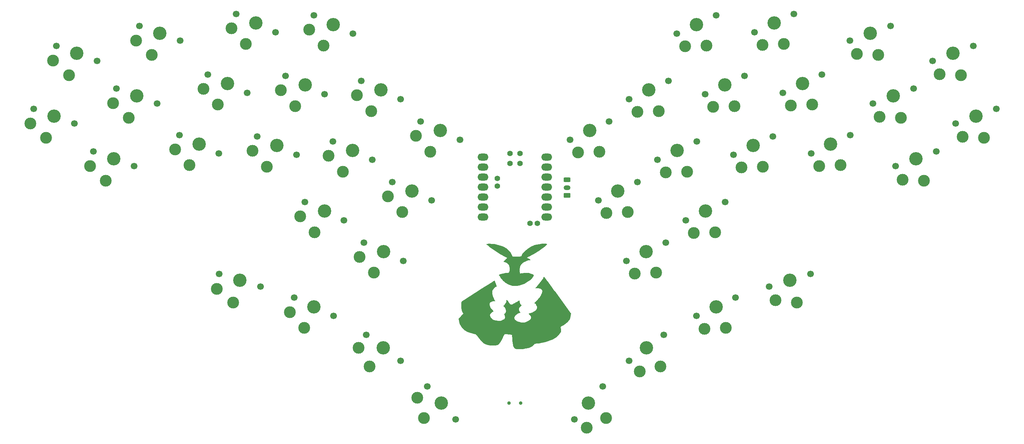
<source format=gts>
%TF.GenerationSoftware,KiCad,Pcbnew,6.0.11-3.fc36*%
%TF.CreationDate,2023-03-08T22:01:11-05:00*%
%TF.ProjectId,moth,6d6f7468-2e6b-4696-9361-645f70636258,v1.0.0*%
%TF.SameCoordinates,Original*%
%TF.FileFunction,Soldermask,Top*%
%TF.FilePolarity,Negative*%
%FSLAX46Y46*%
G04 Gerber Fmt 4.6, Leading zero omitted, Abs format (unit mm)*
G04 Created by KiCad (PCBNEW 6.0.11-3.fc36) date 2023-03-08 22:01:11*
%MOMM*%
%LPD*%
G01*
G04 APERTURE LIST*
G04 Aperture macros list*
%AMRoundRect*
0 Rectangle with rounded corners*
0 $1 Rounding radius*
0 $2 $3 $4 $5 $6 $7 $8 $9 X,Y pos of 4 corners*
0 Add a 4 corners polygon primitive as box body*
4,1,4,$2,$3,$4,$5,$6,$7,$8,$9,$2,$3,0*
0 Add four circle primitives for the rounded corners*
1,1,$1+$1,$2,$3*
1,1,$1+$1,$4,$5*
1,1,$1+$1,$6,$7*
1,1,$1+$1,$8,$9*
0 Add four rect primitives between the rounded corners*
20,1,$1+$1,$2,$3,$4,$5,0*
20,1,$1+$1,$4,$5,$6,$7,0*
20,1,$1+$1,$6,$7,$8,$9,0*
20,1,$1+$1,$8,$9,$2,$3,0*%
G04 Aperture macros list end*
%ADD10RoundRect,0.250000X0.625000X-0.350000X0.625000X0.350000X-0.625000X0.350000X-0.625000X-0.350000X0*%
%ADD11O,1.750000X1.200000*%
%ADD12RoundRect,0.300000X0.575000X-0.300000X0.575000X0.300000X-0.575000X0.300000X-0.575000X-0.300000X0*%
%ADD13C,3.400000*%
%ADD14C,3.000000*%
%ADD15C,1.700000*%
%ADD16O,2.750000X1.800000*%
%ADD17C,1.397000*%
%ADD18C,0.900000*%
G04 APERTURE END LIST*
G36*
X210627464Y-168092561D02*
G01*
X210773122Y-168282261D01*
X210999033Y-168583585D01*
X211297380Y-168985900D01*
X211660345Y-169478576D01*
X212080111Y-170050979D01*
X212548859Y-170692479D01*
X213058773Y-171392443D01*
X213602034Y-172140241D01*
X214034136Y-172736407D01*
X217433634Y-177431290D01*
X217400126Y-177963871D01*
X217312104Y-178507074D01*
X217108825Y-178975990D01*
X216769044Y-179416409D01*
X216687047Y-179500900D01*
X216477562Y-179689672D01*
X216199137Y-179912475D01*
X215884036Y-180146814D01*
X215564524Y-180370195D01*
X215272865Y-180560123D01*
X215041324Y-180694105D01*
X214902165Y-180749645D01*
X214895365Y-180750028D01*
X214823143Y-180799568D01*
X214823655Y-180967021D01*
X214831717Y-181015968D01*
X214902219Y-181418705D01*
X214940349Y-181699843D01*
X214943252Y-181898974D01*
X214908070Y-182055688D01*
X214831948Y-182209578D01*
X214734363Y-182365495D01*
X214238450Y-182986434D01*
X213596459Y-183534139D01*
X212809084Y-184008251D01*
X211877023Y-184408412D01*
X210800972Y-184734261D01*
X209690847Y-184966999D01*
X209315083Y-185024890D01*
X208956190Y-185068607D01*
X208676678Y-185090858D01*
X208616907Y-185092258D01*
X208413599Y-185106623D01*
X208247070Y-185167839D01*
X208066276Y-185303084D01*
X207869737Y-185490117D01*
X207503880Y-185791404D01*
X207062789Y-186032782D01*
X206515660Y-186228347D01*
X205953032Y-186367224D01*
X205621780Y-186422810D01*
X205211779Y-186470528D01*
X204768955Y-186507394D01*
X204339235Y-186530424D01*
X203968547Y-186536631D01*
X203702817Y-186523033D01*
X203658838Y-186516317D01*
X203355225Y-186433244D01*
X203112492Y-186299770D01*
X202922953Y-186098344D01*
X202778920Y-185811414D01*
X202672707Y-185421430D01*
X202596627Y-184910841D01*
X202542992Y-184262097D01*
X202524416Y-183926189D01*
X202470774Y-182839032D01*
X201856258Y-182781680D01*
X201504739Y-182747682D01*
X201172920Y-182713593D01*
X200932402Y-182686768D01*
X200931668Y-182686679D01*
X200621594Y-182649032D01*
X200287666Y-183317580D01*
X200075605Y-183727435D01*
X199827938Y-184184520D01*
X199594833Y-184596440D01*
X199573547Y-184632795D01*
X199359120Y-184974052D01*
X199159084Y-185215852D01*
X198937638Y-185376993D01*
X198658982Y-185476272D01*
X198287315Y-185532489D01*
X197800451Y-185563823D01*
X197027332Y-185552888D01*
X196347703Y-185438542D01*
X195721875Y-185212856D01*
X195507791Y-185105876D01*
X195130492Y-184854277D01*
X194718906Y-184498131D01*
X194313460Y-184078741D01*
X193954579Y-183637409D01*
X193715928Y-183275161D01*
X193548806Y-182994660D01*
X193421409Y-182825621D01*
X193297175Y-182734474D01*
X193139540Y-182687651D01*
X193061367Y-182674195D01*
X192113093Y-182464476D01*
X191275903Y-182155347D01*
X190556142Y-181752016D01*
X189960157Y-181259687D01*
X189494293Y-180683566D01*
X189164896Y-180028859D01*
X188982467Y-179328120D01*
X188896086Y-178773276D01*
X189483061Y-178123212D01*
X190070035Y-177473147D01*
X189844875Y-177012936D01*
X189680126Y-176541192D01*
X189584600Y-175964574D01*
X189563415Y-175329019D01*
X189601296Y-174825857D01*
X189657024Y-174379826D01*
X193744855Y-171746437D01*
X194485275Y-171269987D01*
X195186654Y-170819687D01*
X195836547Y-170403456D01*
X196422511Y-170029216D01*
X196932102Y-169704888D01*
X197352877Y-169438393D01*
X197672391Y-169237652D01*
X197878201Y-169110586D01*
X197956525Y-169065525D01*
X198065413Y-169085452D01*
X198138571Y-169250776D01*
X198204993Y-169458160D01*
X198312127Y-169737334D01*
X198387809Y-169916046D01*
X198515042Y-170224115D01*
X198563846Y-170422668D01*
X198531471Y-170547536D01*
X198415169Y-170634553D01*
X198329741Y-170672976D01*
X198045665Y-170857324D01*
X197773053Y-171144891D01*
X197557632Y-171478644D01*
X197450894Y-171769112D01*
X197425232Y-172273875D01*
X197530648Y-172837627D01*
X197759223Y-173432564D01*
X198089342Y-174010484D01*
X198267189Y-174276774D01*
X198033820Y-174277231D01*
X197716270Y-174311347D01*
X197382349Y-174398472D01*
X197102027Y-174517448D01*
X196992177Y-174592176D01*
X196798997Y-174862642D01*
X196748543Y-175195200D01*
X196838060Y-175576511D01*
X197064796Y-175993236D01*
X197356705Y-176358079D01*
X197604154Y-176645465D01*
X197731157Y-176837908D01*
X197742567Y-176946075D01*
X197643239Y-176980632D01*
X197640030Y-176980645D01*
X197517855Y-177033864D01*
X197330540Y-177170790D01*
X197189385Y-177295701D01*
X196949109Y-177585223D01*
X196857714Y-177868665D01*
X196916185Y-178165554D01*
X197125504Y-178495418D01*
X197257398Y-178647154D01*
X197480656Y-178853669D01*
X197736007Y-179007588D01*
X198067416Y-179129633D01*
X198514201Y-179239535D01*
X199023196Y-179318030D01*
X199450083Y-179306089D01*
X199853172Y-179197753D01*
X200126102Y-179074820D01*
X200471908Y-178841020D01*
X200658975Y-178568498D01*
X200688654Y-178253524D01*
X200562298Y-177892369D01*
X200557770Y-177883869D01*
X200406379Y-177601584D01*
X200680673Y-177342892D01*
X200860209Y-177144559D01*
X200939144Y-176949844D01*
X200954967Y-176716974D01*
X200883550Y-176345748D01*
X200688387Y-175967571D01*
X200398112Y-175635777D01*
X200354508Y-175598523D01*
X200287983Y-175523581D01*
X200302075Y-175441170D01*
X200414184Y-175315336D01*
X200552781Y-175188845D01*
X200800756Y-174920635D01*
X200952034Y-174616266D01*
X201001197Y-174450339D01*
X201056756Y-174195033D01*
X201079207Y-174004237D01*
X201071202Y-173938242D01*
X201088497Y-173871738D01*
X201117683Y-173867097D01*
X201198179Y-173932062D01*
X201339826Y-174106507D01*
X201518868Y-174359754D01*
X201625350Y-174522581D01*
X201856349Y-174865388D01*
X202031400Y-175075818D01*
X202164599Y-175169639D01*
X202211240Y-175178065D01*
X202343240Y-175139733D01*
X202585084Y-175034840D01*
X202904573Y-174878533D01*
X203269504Y-174685965D01*
X203343209Y-174645484D01*
X203700605Y-174449636D01*
X204004871Y-174286204D01*
X204228265Y-174169842D01*
X204343046Y-174115204D01*
X204351380Y-174112903D01*
X204383181Y-174184110D01*
X204396258Y-174353376D01*
X204471723Y-174780378D01*
X204689450Y-175141211D01*
X204731052Y-175185117D01*
X204908520Y-175362585D01*
X204650765Y-175564308D01*
X204345187Y-175878568D01*
X204199593Y-176212954D01*
X204215158Y-176559211D01*
X204393058Y-176909087D01*
X204449096Y-176979810D01*
X204651922Y-177220855D01*
X204421671Y-177267990D01*
X203987144Y-177414106D01*
X203608037Y-177648998D01*
X203313020Y-177945479D01*
X203130759Y-178276364D01*
X203085290Y-178535284D01*
X203164594Y-178845664D01*
X203395633Y-179124752D01*
X203768100Y-179365656D01*
X204271685Y-179561486D01*
X204813751Y-179690806D01*
X205118535Y-179738842D01*
X205355544Y-179746216D01*
X205597630Y-179707920D01*
X205917647Y-179618942D01*
X205934917Y-179613705D01*
X206286051Y-179483599D01*
X206629166Y-179318183D01*
X206868666Y-179168075D01*
X207177989Y-178872609D01*
X207324830Y-178575783D01*
X207309947Y-178267698D01*
X207134098Y-177938456D01*
X206977093Y-177753265D01*
X206814361Y-177577331D01*
X206710500Y-177458535D01*
X206690451Y-177430301D01*
X206762719Y-177407095D01*
X206944364Y-177371322D01*
X207033667Y-177356384D01*
X207292905Y-177286728D01*
X207613373Y-177162388D01*
X207860667Y-177043647D01*
X208317765Y-176741158D01*
X208625442Y-176404493D01*
X208779838Y-176041564D01*
X208777097Y-175660280D01*
X208674157Y-175375886D01*
X208529527Y-175134731D01*
X208374022Y-174934931D01*
X208338179Y-174899346D01*
X208165889Y-174743531D01*
X208865694Y-174017594D01*
X209266616Y-173578103D01*
X209564289Y-173192371D01*
X209789235Y-172819510D01*
X209848620Y-172700882D01*
X210052919Y-172188867D01*
X210125791Y-171773815D01*
X210064919Y-171451777D01*
X209867990Y-171218804D01*
X209532689Y-171070946D01*
X209056701Y-171004255D01*
X208851386Y-170999355D01*
X208303186Y-170999355D01*
X208792443Y-170487258D01*
X209149217Y-170093368D01*
X209501771Y-169667730D01*
X209826576Y-169242111D01*
X210100101Y-168848278D01*
X210298815Y-168518002D01*
X210379881Y-168344114D01*
X210468933Y-168144561D01*
X210546949Y-168033801D01*
X210569878Y-168025117D01*
X210627464Y-168092561D01*
G37*
G36*
X210792188Y-159685770D02*
G01*
X211088202Y-159697010D01*
X211283878Y-159713845D01*
X211342823Y-159728931D01*
X211321817Y-159816176D01*
X211188011Y-159981989D01*
X210960714Y-160207983D01*
X210659234Y-160475766D01*
X210302881Y-160766951D01*
X210047040Y-160962996D01*
X209400174Y-161424625D01*
X208713821Y-161877018D01*
X208031196Y-162293536D01*
X207395512Y-162647540D01*
X206978015Y-162854853D01*
X206676984Y-162998426D01*
X206441622Y-163118755D01*
X206305054Y-163198488D01*
X206284055Y-163218358D01*
X206348503Y-163276846D01*
X206519726Y-163385701D01*
X206731132Y-163505132D01*
X207015497Y-163670009D01*
X207151745Y-163781149D01*
X207143960Y-163845544D01*
X206996228Y-163870187D01*
X206944888Y-163870968D01*
X206622152Y-163913404D01*
X206224614Y-164025965D01*
X205812916Y-164186530D01*
X205447699Y-164372979D01*
X205297548Y-164471885D01*
X205008939Y-164740948D01*
X204748256Y-165079703D01*
X204683032Y-165188443D01*
X204566806Y-165412459D01*
X204494264Y-165607348D01*
X204455265Y-165824101D01*
X204439669Y-166113710D01*
X204437225Y-166424435D01*
X204441270Y-166767942D01*
X204452147Y-167045552D01*
X204467965Y-167219456D01*
X204478869Y-167258122D01*
X204574244Y-167262781D01*
X204780609Y-167232937D01*
X205011450Y-167184483D01*
X205611832Y-167091882D01*
X206241458Y-167077651D01*
X206817560Y-167143291D01*
X206854322Y-167151043D01*
X207160879Y-167235630D01*
X207468524Y-167349195D01*
X207737600Y-167473418D01*
X207928450Y-167589980D01*
X208001417Y-167680561D01*
X208001419Y-167680926D01*
X207946236Y-167843199D01*
X207798235Y-168083470D01*
X207583732Y-168367222D01*
X207329048Y-168659937D01*
X207060502Y-168927097D01*
X207030979Y-168953679D01*
X206630509Y-169258861D01*
X206123641Y-169569870D01*
X205563354Y-169859980D01*
X205002625Y-170102463D01*
X204494432Y-170270593D01*
X204355290Y-170303553D01*
X203515648Y-170408339D01*
X202709442Y-170370586D01*
X202329979Y-170298565D01*
X201580057Y-170033997D01*
X200866871Y-169616530D01*
X200345572Y-169189366D01*
X200100711Y-168941342D01*
X199841916Y-168648249D01*
X199593540Y-168341714D01*
X199379934Y-168053369D01*
X199225448Y-167814842D01*
X199154434Y-167657762D01*
X199152387Y-167639560D01*
X199227900Y-167559106D01*
X199432095Y-167463982D01*
X199731453Y-167362870D01*
X200092458Y-167264447D01*
X200481591Y-167177395D01*
X200865335Y-167110393D01*
X201210172Y-167072120D01*
X201365498Y-167066452D01*
X201574922Y-167051561D01*
X201689042Y-166976037D01*
X201770633Y-166793598D01*
X201782265Y-166759194D01*
X201839929Y-166501393D01*
X201877628Y-166170051D01*
X201885917Y-165956560D01*
X201818600Y-165423275D01*
X201614683Y-164980284D01*
X201274950Y-164628553D01*
X200800184Y-164369048D01*
X200524092Y-164277398D01*
X200216121Y-164192009D01*
X200745606Y-163742815D01*
X201275091Y-163293620D01*
X200411007Y-162846538D01*
X199986150Y-162614838D01*
X199506799Y-162333424D01*
X198992559Y-162015788D01*
X198463036Y-161675424D01*
X197937835Y-161325824D01*
X197436561Y-160980482D01*
X196978820Y-160652891D01*
X196584216Y-160356543D01*
X196272356Y-160104931D01*
X196062844Y-159911549D01*
X195976663Y-159794678D01*
X196034065Y-159744780D01*
X196223615Y-159711157D01*
X196514427Y-159693525D01*
X196875617Y-159691601D01*
X197276298Y-159705101D01*
X197685586Y-159733740D01*
X198072597Y-159777236D01*
X198312518Y-159816144D01*
X198913212Y-159953065D01*
X199520252Y-160131827D01*
X200072578Y-160332887D01*
X200426071Y-160492592D01*
X201013230Y-160848621D01*
X201544649Y-161279511D01*
X201992066Y-161756346D01*
X202327219Y-162250209D01*
X202481712Y-162595870D01*
X202609081Y-162969678D01*
X203154444Y-162969095D01*
X203552427Y-162959879D01*
X203992376Y-162936815D01*
X204251223Y-162916433D01*
X204802639Y-162864353D01*
X204982048Y-162486854D01*
X205118481Y-162266232D01*
X205339807Y-161979309D01*
X205610200Y-161670599D01*
X205783386Y-161491145D01*
X206499004Y-160892254D01*
X207320893Y-160403616D01*
X208226723Y-160033920D01*
X209194162Y-159791857D01*
X210200878Y-159686119D01*
X210432213Y-159682000D01*
X210792188Y-159685770D01*
G37*
D10*
X216431000Y-147415000D03*
D11*
X216431000Y-145415000D03*
D12*
X216431000Y-143415000D03*
D13*
X249284969Y-103903793D03*
D14*
X246359379Y-109460854D03*
D15*
X244300276Y-106228193D03*
X254269662Y-101579393D03*
D14*
X251778417Y-109251009D03*
D15*
X164217696Y-118249600D03*
D14*
X166708941Y-125921216D03*
X163064901Y-121904878D03*
D13*
X169202389Y-120574000D03*
D15*
X174187082Y-122898400D03*
D13*
X305014343Y-138080360D03*
D14*
X301615556Y-143361293D03*
X307032262Y-143624546D03*
D15*
X310182652Y-136199249D03*
X299846034Y-139961471D03*
X157153028Y-178058300D03*
D14*
X149674887Y-181081116D03*
D15*
X147183642Y-173409500D03*
D14*
X146030847Y-177064778D03*
D13*
X152168335Y-175733900D03*
D14*
X89977715Y-116794946D03*
D13*
X91995634Y-111250760D03*
D14*
X85997494Y-113111491D03*
D15*
X86827325Y-109369649D03*
X97163943Y-113131871D03*
D13*
X320218709Y-127225534D03*
D14*
X322236628Y-132769720D03*
X316819922Y-132506467D03*
D15*
X325387018Y-125344423D03*
X315050400Y-129106645D03*
X154915214Y-121635426D03*
D14*
X147437073Y-124658242D03*
D15*
X144945828Y-116986626D03*
D14*
X143793033Y-120641904D03*
D13*
X149930521Y-119311026D03*
D16*
X195105040Y-137668000D03*
X195105040Y-140208000D03*
X195105040Y-142748000D03*
X195105040Y-145288000D03*
X195105040Y-147828000D03*
X195105040Y-150368000D03*
X195105040Y-152908000D03*
X211294960Y-152908000D03*
X211294960Y-150368000D03*
X211294960Y-147828000D03*
X211294960Y-145288000D03*
X211294960Y-142748000D03*
X211294960Y-140208000D03*
X211294960Y-137668000D03*
D17*
X201930000Y-136716000D03*
X204470000Y-136716000D03*
X201930000Y-139256000D03*
X204470000Y-139256000D03*
X198755000Y-144971000D03*
X198755000Y-143066000D03*
X207010000Y-154496000D03*
X208915000Y-154496000D03*
D15*
X304368309Y-120224474D03*
D14*
X295801213Y-127386518D03*
X301217919Y-127649771D03*
D13*
X299200000Y-122105585D03*
D15*
X294031691Y-123986696D03*
X188131807Y-204319551D03*
D13*
X184523482Y-200168648D03*
D15*
X180915157Y-196017745D03*
D14*
X178375290Y-198888124D03*
X180070695Y-204039396D03*
D15*
X251484787Y-121635426D03*
X261454173Y-116986626D03*
D14*
X253543890Y-124868087D03*
X258962928Y-124658242D03*
D13*
X256469480Y-119311026D03*
D15*
X227136619Y-128575652D03*
D14*
X219226336Y-136457113D03*
D13*
X222151926Y-130900052D03*
D14*
X224645374Y-136247268D03*
D15*
X217167233Y-133224452D03*
D13*
X169879054Y-161714517D03*
D14*
X167385606Y-167061733D03*
D15*
X174863747Y-164038917D03*
X164894361Y-159390117D03*
D14*
X163741566Y-163045395D03*
X240137386Y-190877304D03*
D15*
X240979172Y-182855371D03*
D13*
X236586677Y-186165354D03*
D15*
X232194182Y-189475337D03*
D14*
X234880397Y-192209244D03*
X174570116Y-151654500D03*
X170926076Y-147638162D03*
D15*
X182048257Y-148631684D03*
D13*
X177063564Y-146307284D03*
D15*
X172078871Y-143982884D03*
D13*
X107200000Y-122105585D03*
D14*
X101201860Y-123966316D03*
D15*
X102031691Y-120224474D03*
D14*
X105182081Y-127649771D03*
D15*
X112368309Y-123986696D03*
X128132542Y-167366696D03*
X138651894Y-170582784D03*
D14*
X131667225Y-174616938D03*
X127499682Y-171146840D03*
D13*
X133392218Y-168974740D03*
D14*
X233595357Y-167271578D03*
D13*
X236520947Y-161714517D03*
D14*
X239014395Y-167061733D03*
D15*
X231536254Y-164038917D03*
X241505640Y-159390117D03*
X298553967Y-104249700D03*
D13*
X293385658Y-106130811D03*
D14*
X289986871Y-111411744D03*
X295403577Y-111674997D03*
D15*
X288217349Y-108011922D03*
D14*
X251306076Y-181290961D03*
D15*
X259216359Y-173409500D03*
D13*
X254231666Y-175733900D03*
D15*
X249246973Y-178058300D03*
D14*
X256725114Y-181081116D03*
D13*
X157115031Y-103903793D03*
D14*
X150977543Y-105234671D03*
D15*
X152130338Y-101579393D03*
X162099724Y-106228193D03*
D14*
X154621583Y-109251009D03*
D13*
X130236035Y-118954359D03*
D15*
X125251342Y-116629959D03*
X135220728Y-121278759D03*
D14*
X127742587Y-124301575D03*
X124098547Y-120285237D03*
D15*
X288333169Y-132037191D03*
D14*
X285841924Y-139708807D03*
D15*
X278363783Y-136685991D03*
D14*
X280422886Y-139918652D03*
D13*
X283348476Y-134361591D03*
X162017879Y-135981232D03*
D14*
X155880391Y-137312110D03*
D15*
X157033186Y-133656832D03*
D14*
X159524431Y-141328448D03*
D15*
X167002572Y-138305632D03*
X232212919Y-122898400D03*
D14*
X234272022Y-126131061D03*
X239691060Y-125921216D03*
D15*
X242182305Y-118249600D03*
D13*
X237197612Y-120574000D03*
D15*
X142405238Y-105871527D03*
D14*
X131283057Y-104878005D03*
D15*
X132435852Y-101222727D03*
D14*
X134927097Y-108894343D03*
D13*
X137420545Y-103547127D03*
D14*
X178110586Y-132230930D03*
D13*
X184248074Y-130900052D03*
D14*
X181754626Y-136247268D03*
D15*
X189232767Y-133224452D03*
X179263381Y-128575652D03*
D13*
X142746011Y-134718258D03*
D14*
X136608523Y-136049136D03*
D15*
X137761318Y-132393858D03*
X147730704Y-137042658D03*
D14*
X140252563Y-140065474D03*
X311005580Y-116531693D03*
X316422286Y-116794946D03*
D15*
X309236058Y-113131871D03*
D13*
X314404367Y-111250760D03*
D15*
X319572676Y-109369649D03*
D14*
X166262615Y-190877304D03*
X163533249Y-186191094D03*
D13*
X169813324Y-186165354D03*
D15*
X165420829Y-182855371D03*
X174205819Y-189475337D03*
D14*
X120558076Y-139708807D03*
D15*
X128036217Y-136685991D03*
X118066831Y-132037191D03*
D14*
X116914036Y-135692469D03*
D13*
X123051524Y-134361591D03*
D15*
X281148659Y-116629959D03*
D14*
X273238376Y-124511420D03*
X278657414Y-124301575D03*
D13*
X276163966Y-118954359D03*
D15*
X271179273Y-121278759D03*
D13*
X268979456Y-103547127D03*
D14*
X266053866Y-109104188D03*
X271472904Y-108894343D03*
D15*
X273964149Y-101222727D03*
X263994763Y-105871527D03*
X149848675Y-149064065D03*
D13*
X154833368Y-151388465D03*
D14*
X148695880Y-152719343D03*
D15*
X159818061Y-153712865D03*
D14*
X152339920Y-156735681D03*
D15*
X278267459Y-167366696D03*
X267748107Y-170582784D03*
D14*
X269337272Y-174070557D03*
X274732776Y-174616938D03*
D13*
X273007783Y-168974740D03*
D15*
X249366815Y-133656832D03*
X239397429Y-138305632D03*
D13*
X244382122Y-135981232D03*
D14*
X246875570Y-141328448D03*
X241456532Y-141538293D03*
D13*
X113014343Y-106130811D03*
D15*
X107846034Y-104249700D03*
D14*
X107016203Y-107991542D03*
X110996424Y-111674997D03*
D15*
X118182652Y-108011922D03*
X256551325Y-149064065D03*
D14*
X248641042Y-156945526D03*
X254060080Y-156735681D03*
D15*
X246581939Y-153712865D03*
D13*
X251566632Y-151388465D03*
D15*
X234321130Y-143982884D03*
X224351744Y-148631684D03*
D14*
X231829885Y-151654500D03*
X226410847Y-151864345D03*
D13*
X229336437Y-146307284D03*
D14*
X99367739Y-143624546D03*
D13*
X101385658Y-138080360D03*
D14*
X95387518Y-139941091D03*
D15*
X96217349Y-136199249D03*
X106553967Y-139961471D03*
D13*
X221876519Y-200168648D03*
D14*
X226329306Y-204039396D03*
D15*
X218268194Y-204319551D03*
X225484844Y-196017745D03*
D14*
X221464120Y-206435220D03*
D15*
X81012982Y-125344423D03*
D14*
X80183151Y-129086265D03*
D15*
X91349600Y-129106645D03*
D14*
X84163372Y-132769720D03*
D13*
X86181291Y-127225534D03*
D15*
X268638683Y-132393858D03*
D14*
X260728400Y-140275319D03*
D15*
X258669297Y-137042658D03*
D13*
X263653990Y-134718258D03*
D14*
X266147438Y-140065474D03*
D18*
X201700000Y-200228000D03*
X204700000Y-200228000D03*
M02*

</source>
